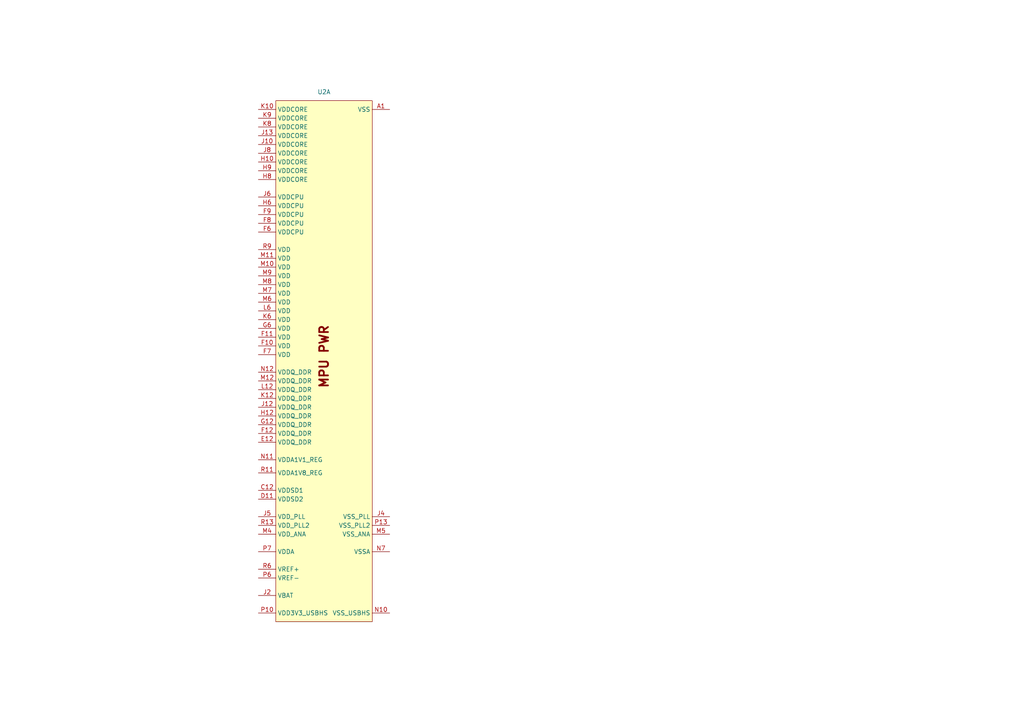
<source format=kicad_sch>
(kicad_sch (version 20250114) (generator "eeschema") (generator_version "9.0")
  (paper "A4")
  (title_block (title "ThingsCore-1") (date "2025-07-17") (rev "1"))
  (lib_symbols
    (symbol "ThingsCore-1:STM32MP133DAE7"
      (property "Reference" "U" (at 0 51.816 0))
      (symbol "STM32MP133DAE7_1_1"
        (rectangle (start -13.97 151.13) (end 13.97 0) (fill (type background)))
        (text "MPU PWR" (at 0 76.962 900) (effects (font (size 2.54 2.54) (thickness 0.508) (bold yes))))
        (pin power_in line (at -19.05 148.59 0) (length 5.08) (name "VDDCORE") (number "K10"))
        (pin power_in line (at -19.05 146.05 0) (length 5.08) (name "VDDCORE") (number "K9"))
        (pin power_in line (at -19.05 143.51 0) (length 5.08) (name "VDDCORE") (number "K8"))
        (pin power_in line (at -19.05 140.97 0) (length 5.08) (name "VDDCORE") (number "J13"))
        (pin power_in line (at -19.05 138.43 0) (length 5.08) (name "VDDCORE") (number "J10"))
        (pin power_in line (at -19.05 135.89 0) (length 5.08) (name "VDDCORE") (number "J8"))
        (pin power_in line (at -19.05 133.35 0) (length 5.08) (name "VDDCORE") (number "H10"))
        (pin power_in line (at -19.05 130.81 0) (length 5.08) (name "VDDCORE") (number "H9"))
        (pin power_in line (at -19.05 128.27 0) (length 5.08) (name "VDDCORE") (number "H8"))
        (pin power_in line (at -19.05 123.19 0) (length 5.08) (name "VDDCPU") (number "J6"))
        (pin power_in line (at -19.05 120.65 0) (length 5.08) (name "VDDCPU") (number "H6"))
        (pin power_in line (at -19.05 118.11 0) (length 5.08) (name "VDDCPU") (number "F9"))
        (pin power_in line (at -19.05 115.57 0) (length 5.08) (name "VDDCPU") (number "F8"))
        (pin power_in line (at -19.05 113.03 0) (length 5.08) (name "VDDCPU") (number "F6"))
        (pin power_in line (at -19.05 107.95 0) (length 5.08) (name "VDD") (number "R9"))
        (pin power_in line (at -19.05 105.41 0) (length 5.08) (name "VDD") (number "M11"))
        (pin power_in line (at -19.05 102.87 0) (length 5.08) (name "VDD") (number "M10"))
        (pin power_in line (at -19.05 100.33 0) (length 5.08) (name "VDD") (number "M9"))
        (pin power_in line (at -19.05 97.79 0) (length 5.08) (name "VDD") (number "M8"))
        (pin power_in line (at -19.05 95.25 0) (length 5.08) (name "VDD") (number "M7"))
        (pin power_in line (at -19.05 92.71 0) (length 5.08) (name "VDD") (number "M6"))
        (pin power_in line (at -19.05 90.17 0) (length 5.08) (name "VDD") (number "L6"))
        (pin power_in line (at -19.05 87.63 0) (length 5.08) (name "VDD") (number "K6"))
        (pin power_in line (at -19.05 85.09 0) (length 5.08) (name "VDD") (number "G6"))
        (pin power_in line (at -19.05 82.55 0) (length 5.08) (name "VDD") (number "F11"))
        (pin power_in line (at -19.05 80.01 0) (length 5.08) (name "VDD") (number "F10"))
        (pin power_in line (at -19.05 77.47 0) (length 5.08) (name "VDD") (number "F7"))
        (pin power_in line (at -19.05 72.39 0) (length 5.08) (name "VDDQ_DDR") (number "N12"))
        (pin power_in line (at -19.05 69.85 0) (length 5.08) (name "VDDQ_DDR") (number "M12"))
        (pin power_in line (at -19.05 67.31 0) (length 5.08) (name "VDDQ_DDR") (number "L12"))
        (pin power_in line (at -19.05 64.77 0) (length 5.08) (name "VDDQ_DDR") (number "K12"))
        (pin power_in line (at -19.05 62.23 0) (length 5.08) (name "VDDQ_DDR") (number "J12"))
        (pin power_in line (at -19.05 59.69 0) (length 5.08) (name "VDDQ_DDR") (number "H12"))
        (pin power_in line (at -19.05 57.15 0) (length 5.08) (name "VDDQ_DDR") (number "G12"))
        (pin power_in line (at -19.05 54.61 0) (length 5.08) (name "VDDQ_DDR") (number "F12"))
        (pin power_in line (at -19.05 52.07 0) (length 5.08) (name "VDDQ_DDR") (number "E12"))
        (pin power_in line (at -19.05 46.99 0) (length 5.08) (name "VDDA1V1_REG") (number "N11"))
        (pin power_in line (at -19.05 43.18 0) (length 5.08) (name "VDDA1V8_REG") (number "R11"))
        (pin power_in line (at -19.05 38.1 0) (length 5.08) (name "VDDSD1") (number "C12"))
        (pin power_in line (at -19.05 35.56 0) (length 5.08) (name "VDDSD2") (number "D11"))
        (pin power_in line (at -19.05 30.48 0) (length 5.08) (name "VDD_PLL") (number "J5"))
        (pin power_in line (at -19.05 27.94 0) (length 5.08) (name "VDD_PLL2") (number "R13"))
        (pin power_in line (at -19.05 25.4 0) (length 5.08) (name "VDD_ANA") (number "M4"))
        (pin power_in line (at -19.05 20.32 0) (length 5.08) (name "VDDA") (number "P7"))
        (pin input line (at -19.05 15.24 0) (length 5.08) (name "VREF+") (number "R6"))
        (pin input line (at -19.05 12.7 0) (length 5.08) (name "VREF-") (number "P6"))
        (pin power_in line (at -19.05 7.62 0) (length 5.08) (name "VBAT") (number "J2"))
        (pin power_in line (at -19.05 2.54 0) (length 5.08) (name "VDD3V3_USBHS") (number "P10"))
        (pin power_in line (at 19.05 148.59 180) (length 5.08) (name "VSS") (number "A1"))
        (pin passive line (at 19.05 148.59 180) (length 5.08) (hide yes) (name "VSS") (number "A17"))
        (pin passive line (at 19.05 148.59 180) (length 5.08) (hide yes) (name "VSS") (number "C8"))
        (pin passive line (at 19.05 148.59 180) (length 5.08) (hide yes) (name "VSS") (number "D12"))
        (pin passive line (at 19.05 148.59 180) (length 5.08) (hide yes) (name "VSS") (number "D3"))
        (pin passive line (at 19.05 148.59 180) (length 5.08) (hide yes) (name "VSS") (number "E5"))
        (pin passive line (at 19.05 148.59 180) (length 5.08) (hide yes) (name "VSS") (number "F13"))
        (pin passive line (at 19.05 148.59 180) (length 5.08) (hide yes) (name "VSS") (number "F15"))
        (pin passive line (at 19.05 148.59 180) (length 5.08) (hide yes) (name "VSS") (number "G10"))
        (pin passive line (at 19.05 148.59 180) (length 5.08) (hide yes) (name "VSS") (number "G11"))
        (pin passive line (at 19.05 148.59 180) (length 5.08) (hide yes) (name "VSS") (number "G7"))
        (pin passive line (at 19.05 148.59 180) (length 5.08) (hide yes) (name "VSS") (number "G8"))
        (pin passive line (at 19.05 148.59 180) (length 5.08) (hide yes) (name "VSS") (number "G9"))
        (pin passive line (at 19.05 148.59 180) (length 5.08) (hide yes) (name "VSS") (number "H11"))
        (pin passive line (at 19.05 148.59 180) (length 5.08) (hide yes) (name "VSS") (number "H14"))
        (pin passive line (at 19.05 148.59 180) (length 5.08) (hide yes) (name "VSS") (number "H7"))
        (pin passive line (at 19.05 148.59 180) (length 5.08) (hide yes) (name "VSS") (number "J11"))
        (pin passive line (at 19.05 148.59 180) (length 5.08) (hide yes) (name "VSS") (number "J7"))
        (pin passive line (at 19.05 148.59 180) (length 5.08) (hide yes) (name "VSS") (number "J9"))
        (pin passive line (at 19.05 148.59 180) (length 5.08) (hide yes) (name "VSS") (number "K11"))
        (pin passive line (at 19.05 148.59 180) (length 5.08) (hide yes) (name "VSS") (number "K3"))
        (pin passive line (at 19.05 148.59 180) (length 5.08) (hide yes) (name "VSS") (number "K7"))
        (pin passive line (at 19.05 148.59 180) (length 5.08) (hide yes) (name "VSS") (number "L10"))
        (pin passive line (at 19.05 148.59 180) (length 5.08) (hide yes) (name "VSS") (number "L11"))
        (pin passive line (at 19.05 148.59 180) (length 5.08) (hide yes) (name "VSS") (number "L7"))
        (pin passive line (at 19.05 148.59 180) (length 5.08) (hide yes) (name "VSS") (number "L8"))
        (pin passive line (at 19.05 148.59 180) (length 5.08) (hide yes) (name "VSS") (number "L9"))
        (pin passive line (at 19.05 148.59 180) (length 5.08) (hide yes) (name "VSS") (number "M15"))
        (pin passive line (at 19.05 148.59 180) (length 5.08) (hide yes) (name "VSS") (number "N4"))
        (pin passive line (at 19.05 148.59 180) (length 5.08) (hide yes) (name "VSS") (number "P11"))
        (pin passive line (at 19.05 148.59 180) (length 5.08) (hide yes) (name "VSS") (number "R5"))
        (pin passive line (at 19.05 148.59 180) (length 5.08) (hide yes) (name "VSS") (number "R8"))
        (pin passive line (at 19.05 148.59 180) (length 5.08) (hide yes) (name "VSS") (number "U1"))
        (pin passive line (at 19.05 148.59 180) (length 5.08) (hide yes) (name "VSS") (number "U17"))
        (pin power_in line (at 19.05 30.48 180) (length 5.08) (name "VSS_PLL") (number "J4"))
        (pin power_in line (at 19.05 27.94 180) (length 5.08) (name "VSS_PLL2") (number "P13"))
        (pin power_in line (at 19.05 25.4 180) (length 5.08) (name "VSS_ANA") (number "M5"))
        (pin power_in line (at 19.05 20.32 180) (length 5.08) (name "VSSA") (number "N7"))
        (pin power_in line (at 19.05 2.54 180) (length 5.08) (name "VSS_USBHS") (number "N10"))
      )
      (symbol "STM32MP133DAE7_2_1"
        (rectangle (start -16.51 106.68) (end 17.78 0) (fill (type background)))
        (text "MPU DDR" (at 1.27 56.896 900) (effects (font (size 2.54 2.54) (thickness 0.508) (bold yes))))
        (pin bidirectional line (at -21.59 104.14 0) (length 5.08) (name "DDR_DQ0") (number "B17"))
        (pin bidirectional line (at -21.59 101.6 0) (length 5.08) (name "DDR_DQ1") (number "C15"))
        (pin bidirectional line (at -21.59 99.06 0) (length 5.08) (name "DDR_DQ2") (number "E13"))
        (pin bidirectional line (at -21.59 96.52 0) (length 5.08) (name "DDR_DQ3") (number "D17"))
        (pin bidirectional line (at -21.59 93.98 0) (length 5.08) (name "DDR_DQ4") (number "B16"))
        (pin bidirectional line (at -21.59 91.44 0) (length 5.08) (name "DDR_DQ5") (number "D16"))
        (pin bidirectional line (at -21.59 88.9 0) (length 5.08) (name "DDR_DQ6") (number "E14"))
        (pin bidirectional line (at -21.59 86.36 0) (length 5.08) (name "DDR_DQ7") (number "E15"))
        (pin bidirectional line (at -21.59 81.28 0) (length 5.08) (name "DDR_DQS0N") (number "C16"))
        (pin bidirectional line (at -21.59 78.74 0) (length 5.08) (name "DDR_DQS0P") (number "C17"))
        (pin bidirectional line (at -21.59 76.2 0) (length 5.08) (name "DDR_DQM0") (number "D15"))
        (pin bidirectional line (at -21.59 71.12 0) (length 5.08) (name "DDR_DQ8") (number "N16"))
        (pin bidirectional line (at -21.59 68.58 0) (length 5.08) (name "DDR_DQ9") (number "P17"))
        (pin bidirectional line (at -21.59 66.04 0) (length 5.08) (name "DDR_DQ10") (number "N15"))
        (pin bidirectional line (at -21.59 63.5 0) (length 5.08) (name "DDR_DQ11") (number "P15"))
        (pin bidirectional line (at -21.59 60.96 0) (length 5.08) (name "DDR_DQ12") (number "R15"))
        (pin bidirectional line (at -21.59 58.42 0) (length 5.08) (name "DDR_DQ13") (number "P16"))
        (pin bidirectional line (at -21.59 55.88 0) (length 5.08) (name "DDR_DQ14") (number "T17"))
        (pin bidirectional line (at -21.59 53.34 0) (length 5.08) (name "DDR_DQ15") (number "T16"))
        (pin bidirectional line (at -21.59 48.26 0) (length 5.08) (name "DDR_DQS1N") (number "R16"))
        (pin bidirectional line (at -21.59 45.72 0) (length 5.08) (name "DDR_DQS1P") (number "R17"))
        (pin bidirectional line (at -21.59 43.18 0) (length 5.08) (name "DDR_DQM1") (number "N14"))
        (pin bidirectional line (at 22.86 104.14 180) (length 5.08) (name "DDR_CLKN") (number "J17"))
        (pin bidirectional line (at 22.86 101.6 180) (length 5.08) (name "DDR_CLKP") (number "J16"))
        (pin bidirectional line (at 22.86 96.52 180) (length 5.08) (name "DDR_A0") (number "G16"))
        (pin bidirectional line (at 22.86 93.98 180) (length 5.08) (name "DDR_A1") (number "K15"))
        (pin bidirectional line (at 22.86 91.44 180) (length 5.08) (name "DDR_A2") (number "F17"))
        (pin bidirectional line (at 22.86 88.9 180) (length 5.08) (name "DDR_A3") (number "G15"))
        (pin bidirectional line (at 22.86 86.36 180) (length 5.08) (name "DDR_A4") (number "M14"))
        (pin bidirectional line (at 22.86 83.82 180) (length 5.08) (name "DDR_A5") (number "E16"))
        (pin bidirectional line (at 22.86 81.28 180) (length 5.08) (name "DDR_A6") (number "M17"))
        (pin bidirectional line (at 22.86 78.74 180) (length 5.08) (name "DDR_A7") (number "G14"))
        (pin bidirectional line (at 22.86 76.2 180) (length 5.08) (name "DDR_A8") (number "L15"))
        (pin bidirectional line (at 22.86 73.66 180) (length 5.08) (name "DDR_A9") (number "F16"))
        (pin bidirectional line (at 22.86 71.12 180) (length 5.08) (name "DDR_A10") (number "J14"))
        (pin bidirectional line (at 22.86 68.58 180) (length 5.08) (name "DDR_A11") (number "K13"))
        (pin bidirectional line (at 22.86 66.04 180) (length 5.08) (name "DDR_A12") (number "K17"))
        (pin bidirectional line (at 22.86 63.5 180) (length 5.08) (name "DDR_A13") (number "F14"))
        (pin bidirectional line (at 22.86 60.96 180) (length 5.08) (name "DDR_A14") (number "L17"))
        (pin bidirectional line (at 22.86 58.42 180) (length 5.08) (name "DDR_A15") (number "K16"))
        (pin bidirectional line (at 22.86 53.34 180) (length 5.08) (name "DDR_ATO") (number "L13"))
        (pin bidirectional line (at 22.86 48.26 180) (length 5.08) (name "DDR_BA0") (number "G17"))
        (pin bidirectional line (at 22.86 45.72 180) (length 5.08) (name "DDR_BA1") (number "L16"))
        (pin bidirectional line (at 22.86 43.18 180) (length 5.08) (name "DDR_BA2") (number "G13"))
        (pin bidirectional line (at 22.86 38.1 180) (length 5.08) (name "DDR_CASN") (number "J15"))
        (pin bidirectional line (at 22.86 35.56 180) (length 5.08) (name "DDR_CKE") (number "K14"))
        (pin bidirectional line (at 22.86 33.02 180) (length 5.08) (name "DDR_CSN") (number "H16"))
        (pin bidirectional line (at 22.86 27.94 180) (length 5.08) (name "DDR_WEN") (number "H13"))
        (pin bidirectional line (at 22.86 22.86 180) (length 5.08) (name "DDR_DTO0") (number "L14"))
        (pin bidirectional line (at 22.86 20.32 180) (length 5.08) (name "DDR_DTO1") (number "M16"))
        (pin bidirectional line (at 22.86 17.78 180) (length 5.08) (name "DDR_ODT") (number "H15"))
        (pin bidirectional line (at 22.86 15.24 180) (length 5.08) (name "DDR_RESETN") (number "E17"))
        (pin bidirectional line (at 22.86 10.16 180) (length 5.08) (name "DDR_RASN") (number "H17"))
        (pin bidirectional line (at 22.86 7.62 180) (length 5.08) (name "DDR_VREF") (number "M13"))
        (pin bidirectional line (at 22.86 2.54 180) (length 5.08) (name "DDR_ZQ") (number "N17"))
      )
      (symbol "STM32MP133DAE7_3_1"
        (rectangle (start -19.05 50.8) (end 19.05 0) (fill (type background)))
        (text "MPU USB/STATUS\n" (at 0 24.384 900) (effects (font (size 2.54 2.54) (thickness 0.508) (bold yes))))
        (pin input line (at -24.13 48.26 0) (length 5.08) (name "NRST") (number "U10"))
        (pin output line (at -24.13 43.18 0) (length 5.08) (name "PWR_ON") (number "P14"))
        (pin output line (at -24.13 40.64 0) (length 5.08) (name "PWR_LP") (number "N13"))
        (pin bidirectional line (at -24.13 35.56 0) (length 5.08) (name "NJTRST") (number "N9"))
        (pin bidirectional line (at -24.13 30.48 0) (length 5.08) (name "BYPASS_REG1V8") (number "T14"))
        (pin bidirectional line (at -24.13 17.78 0) (length 5.08) (name "USB_DP1") (number "T13"))
        (pin bidirectional line (at -24.13 15.24 0) (length 5.08) (name "USB_DM1") (number "U13"))
        (pin bidirectional line (at -24.13 10.16 0) (length 5.08) (name "USB_DP2") (number "T11"))
        (pin bidirectional line (at -24.13 7.62 0) (length 5.08) (name "USB_DM2") (number "U11"))
        (pin bidirectional line (at -24.13 2.54 0) (length 5.08) (name "USB_RREF") (number "U12"))
      )
      (symbol "STM32MP133DAE7_4_1"
        (rectangle (start -12.7 86.36) (end 12.7 0) (fill (type background)))
        (text "MPU PERIPHERALS\n" (at 0.254 42.418 900) (effects (font (size 2.54 2.54) (thickness 0.508) (bold yes))))
        (pin bidirectional line (at -17.78 83.82 0) (length 5.08) (name "PA0") (number "U3"))
        (pin bidirectional line (at -17.78 81.28 0) (length 5.08) (name "PA1") (number "R4"))
        (pin bidirectional line (at -17.78 78.74 0) (length 5.08) (name "PA2") (number "P5"))
        (pin bidirectional line (at -17.78 76.2 0) (length 5.08) (name "PA3") (number "N8"))
        (pin bidirectional line (at -17.78 73.66 0) (length 5.08) (name "PA4") (number "U5"))
        (pin bidirectional line (at -17.78 71.12 0) (length 5.08) (name "PA5") (number "U4"))
        (pin bidirectional line (at -17.78 68.58 0) (length 5.08) (name "PA6") (number "T8"))
        (pin bidirectional line (at -17.78 66.04 0) (length 5.08) (name "PA7") (number "U2"))
        (pin bidirectional line (at -17.78 63.5 0) (length 5.08) (name "PA8") (number "M2"))
        (pin bidirectional line (at -17.78 60.96 0) (length 5.08) (name "PA9") (number "A2"))
        (pin bidirectional line (at -17.78 58.42 0) (length 5.08) (name "PA10") (number "U15"))
        (pin bidirectional line (at -17.78 55.88 0) (length 5.08) (name "PA11") (number "T2"))
        (pin bidirectional line (at -17.78 53.34 0) (length 5.08) (name "PA12") (number "E3"))
        (pin bidirectional line (at -17.78 50.8 0) (length 5.08) (name "PA13") (number "P3"))
        (pin bidirectional line (at -17.78 48.26 0) (length 5.08) (name "PA14") (number "T12"))
        (pin bidirectional line (at -17.78 45.72 0) (length 5.08) (name "PA15") (number "E6"))
        (pin bidirectional line (at -17.78 40.64 0) (length 5.08) (name "PB0") (number "U7"))
        (pin bidirectional line (at -17.78 38.1 0) (length 5.08) (name "PB1") (number "T7"))
        (pin bidirectional line (at -17.78 35.56 0) (length 5.08) (name "PB2") (number "H4"))
        (pin bidirectional line (at -17.78 33.02 0) (length 5.08) (name "PB3") (number "C11"))
        (pin bidirectional line (at -17.78 30.48 0) (length 5.08) (name "PB4") (number "B13"))
        (pin bidirectional line (at -17.78 27.94 0) (length 5.08) (name "PB5") (number "C10"))
        (pin bidirectional line (at -17.78 25.4 0) (length 5.08) (name "PB6") (number "C1"))
        (pin bidirectional line (at -17.78 22.86 0) (length 5.08) (name "PB7") (number "A4"))
        (pin bidirectional line (at -17.78 20.32 0) (length 5.08) (name "PB8") (number "D1"))
        (pin bidirectional line (at -17.78 17.78 0) (length 5.08) (name "PB9") (number "A12"))
        (pin bidirectional line (at -17.78 15.24 0) (length 5.08) (name "PB10") (number "D10"))
        (pin bidirectional line (at -17.78 12.7 0) (length 5.08) (name "PB11") (number "N5"))
        (pin bidirectional line (at -17.78 10.16 0) (length 5.08) (name "PB12") (number "D9"))
        (pin bidirectional line (at -17.78 7.62 0) (length 5.08) (name "PB13") (number "E10"))
        (pin bidirectional line (at -17.78 5.08 0) (length 5.08) (name "PB14") (number "A13"))
        (pin bidirectional line (at -17.78 2.54 0) (length 5.08) (name "PB15") (number "B12"))
        (pin bidirectional line (at 17.78 83.82 180) (length 5.08) (name "PC0") (number "T3"))
        (pin bidirectional line (at 17.78 81.28 180) (length 5.08) (name "PC1") (number "U8"))
        (pin bidirectional line (at 17.78 78.74 180) (length 5.08) (name "PC2") (number "U9"))
        (pin bidirectional line (at 17.78 76.2 180) (length 5.08) (name "PC3") (number "T5"))
        (pin bidirectional line (at 17.78 73.66 180) (length 5.08) (name "PC4") (number "U6"))
        (pin bidirectional line (at 17.78 71.12 180) (length 5.08) (name "PC5") (number "R7"))
        (pin bidirectional line (at 17.78 68.58 180) (length 5.08) (name "PC6") (number "B11"))
        (pin bidirectional line (at 17.78 66.04 180) (length 5.08) (name "PC7") (number "A11"))
        (pin bidirectional line (at 17.78 63.5 180) (length 5.08) (name "PC8") (number "D14"))
        (pin bidirectional line (at 17.78 60.96 180) (length 5.08) (name "PC9") (number "A16"))
        (pin bidirectional line (at 17.78 58.42 180) (length 5.08) (name "PC10") (number "B14"))
        (pin bidirectional line (at 17.78 55.88 180) (length 5.08) (name "PC11") (number "C14"))
        (pin bidirectional line (at 17.78 53.34 180) (length 5.08) (name "PC12") (number "B15"))
        (pin bidirectional line (at 17.78 50.8 180) (length 5.08) (name "PC13") (number "K4"))
        (pin bidirectional line (at 17.78 48.26 180) (length 5.08) (name "PC14") (number "K1"))
        (pin bidirectional line (at 17.78 45.72 180) (length 5.08) (name "PC15") (number "K2"))
        (pin bidirectional line (at 17.78 40.64 180) (length 5.08) (name "PD0") (number "E4"))
        (pin bidirectional line (at 17.78 38.1 180) (length 5.08) (name "PD1") (number "D5"))
        (pin bidirectional line (at 17.78 35.56 180) (length 5.08) (name "PD2") (number "A15"))
        (pin bidirectional line (at 17.78 33.02 180) (length 5.08) (name "PD3") (number "B1"))
        (pin bidirectional line (at 17.78 30.48 180) (length 5.08) (name "PD4") (number "E7"))
        (pin bidirectional line (at 17.78 27.94 180) (length 5.08) (name "PD5") (number "A6"))
        (pin bidirectional line (at 17.78 25.4 180) (length 5.08) (name "PD6") (number "D2"))
        (pin bidirectional line (at 17.78 22.86 180) (length 5.08) (name "PD7") (number "N3"))
        (pin bidirectional line (at 17.78 20.32 180) (length 5.08) (name "PD8") (number "C5"))
        (pin bidirectional line (at 17.78 17.78 180) (length 5.08) (name "PD9") (number "E8"))
        (pin bidirectional line (at 17.78 15.24 180) (length 5.08) (name "PD10") (number "A3"))
        (pin bidirectional line (at 17.78 12.7 180) (length 5.08) (name "PD11") (number "E2"))
        (pin bidirectional line (at 17.78 10.16 180) (length 5.08) (name "PD12") (number "C6"))
        (pin bidirectional line (at 17.78 7.62 180) (length 5.08) (name "PD13") (number "J1"))
        (pin bidirectional line (at 17.78 5.08 180) (length 5.08) (name "PD14") (number "B3"))
        (pin bidirectional line (at 17.78 2.54 180) (length 5.08) (name "PD15") (number "C7"))
      )
      (symbol "STM32MP133DAE7_5_1"
        (rectangle (start -12.7 109.22) (end 12.7 0) (fill (type background)))
        (text "MPU PERIPHERALS\n" (at 0.508 52.832 900) (effects (font (size 2.54 2.54) (thickness 0.508) (bold yes))))
        (pin bidirectional line (at -17.78 106.68 0) (length 5.08) (name "PE0") (number "D6"))
        (pin bidirectional line (at -17.78 104.14 0) (length 5.08) (name "PE1") (number "B5"))
        (pin bidirectional line (at -17.78 101.6 0) (length 5.08) (name "PE2") (number "L1"))
        (pin bidirectional line (at -17.78 99.06 0) (length 5.08) (name "PE3") (number "D13"))
        (pin bidirectional line (at -17.78 96.52 0) (length 5.08) (name "PE4") (number "H5"))
        (pin bidirectional line (at -17.78 93.98 0) (length 5.08) (name "PE5") (number "T9"))
        (pin bidirectional line (at -17.78 91.44 0) (length 5.08) (name "PE6") (number "N1"))
        (pin bidirectional line (at -17.78 88.9 0) (length 5.08) (name "PE7") (number "A5"))
        (pin bidirectional line (at -17.78 86.36 0) (length 5.08) (name "PE8") (number "A7"))
        (pin bidirectional line (at -17.78 83.82 0) (length 5.08) (name "PE9") (number "B6"))
        (pin bidirectional line (at -17.78 81.28 0) (length 5.08) (name "PE10") (number "B8"))
        (pin bidirectional line (at -17.78 78.74 0) (length 5.08) (name "PE11") (number "D4"))
        (pin bidirectional line (at -17.78 76.2 0) (length 5.08) (name "PE12") (number "B4"))
        (pin bidirectional line (at -17.78 73.66 0) (length 5.08) (name "PE13") (number "C4"))
        (pin bidirectional line (at -17.78 71.12 0) (length 5.08) (name "PE14") (number "C3"))
        (pin bidirectional line (at -17.78 68.58 0) (length 5.08) (name "PE15") (number "D8"))
        (pin bidirectional line (at -17.78 63.5 0) (length 5.08) (name "PF0") (number "C13"))
        (pin bidirectional line (at -17.78 60.96 0) (length 5.08) (name "PF1") (number "B9"))
        (pin bidirectional line (at -17.78 58.42 0) (length 5.08) (name "PF2") (number "E9"))
        (pin bidirectional line (at -17.78 55.88 0) (length 5.08) (name "PF3") (number "B10"))
        (pin bidirectional line (at -17.78 53.34 0) (length 5.08) (name "PF4") (number "L2"))
        (pin bidirectional line (at -17.78 50.8 0) (length 5.08) (name "PF5") (number "B2"))
        (pin bidirectional line (at -17.78 48.26 0) (length 5.08) (name "PF6") (number "G2"))
        (pin bidirectional line (at -17.78 45.72 0) (length 5.08) (name "PF7") (number "M1"))
        (pin bidirectional line (at -17.78 43.18 0) (length 5.08) (name "PF8") (number "G5"))
        (pin bidirectional line (at -17.78 40.64 0) (length 5.08) (name "PF9") (number "G1"))
        (pin bidirectional line (at -17.78 38.1 0) (length 5.08) (name "PF10") (number "G3"))
        (pin bidirectional line (at -17.78 35.56 0) (length 5.08) (name "PF11") (number "T6"))
        (pin bidirectional line (at -17.78 33.02 0) (length 5.08) (name "PF12") (number "T4"))
        (pin bidirectional line (at -17.78 30.48 0) (length 5.08) (name "PF13") (number "N6"))
        (pin bidirectional line (at -17.78 27.94 0) (length 5.08) (name "PF14") (number "P4"))
        (pin bidirectional line (at -17.78 25.4 0) (length 5.08) (name "PF15") (number "R10"))
        (pin output line (at -17.78 20.32 0) (length 5.08) (name "PWR_CPU_ON") (number "R3"))
        (pin bidirectional line (at -17.78 17.78 0) (length 5.08) (name "PDR_ON") (number "T10"))
        (pin bidirectional line (at 17.78 106.68 180) (length 5.08) (name "PG0") (number "D7"))
        (pin bidirectional line (at 17.78 104.14 180) (length 5.08) (name "PG1") (number "N2"))
        (pin bidirectional line (at 17.78 101.6 180) (length 5.08) (name "PG2") (number "R1"))
        (pin bidirectional line (at 17.78 99.06 180) (length 5.08) (name "PG3") (number "L5"))
        (pin bidirectional line (at 17.78 96.52 180) (length 5.08) (name "PG4") (number "A8"))
        (pin bidirectional line (at 17.78 93.98 180) (length 5.08) (name "PG5") (number "F2"))
        (pin bidirectional line (at 17.78 91.44 180) (length 5.08) (name "PG6") (number "A14"))
        (pin bidirectional line (at 17.78 88.9 180) (length 5.08) (name "PG7") (number "C9"))
        (pin bidirectional line (at 17.78 86.36 180) (length 5.08) (name "PG8") (number "F3"))
        (pin bidirectional line (at 17.78 83.82 180) (length 5.08) (name "PG9") (number "E1"))
        (pin bidirectional line (at 17.78 81.28 180) (length 5.08) (name "PG10") (number "F1"))
        (pin bidirectional line (at 17.78 78.74 180) (length 5.08) (name "PG11") (number "M3"))
        (pin bidirectional line (at 17.78 76.2 180) (length 5.08) (name "PG12") (number "T1"))
        (pin bidirectional line (at 17.78 73.66 180) (length 5.08) (name "PG13") (number "P8"))
        (pin bidirectional line (at 17.78 71.12 180) (length 5.08) (name "PG14") (number "P9"))
        (pin bidirectional line (at 17.78 68.58 180) (length 5.08) (name "PG15") (number "G4"))
        (pin bidirectional line (at 17.78 63.5 180) (length 5.08) (name "PH0") (number "P1"))
        (pin bidirectional line (at 17.78 60.96 180) (length 5.08) (name "PH1") (number "P2"))
        (pin bidirectional line (at 17.78 58.42 180) (length 5.08) (name "PH2") (number "F4"))
        (pin bidirectional line (at 17.78 55.88 180) (length 5.08) (name "PH3") (number "R2"))
        (pin bidirectional line (at 17.78 53.34 180) (length 5.08) (name "PH4") (number "T15"))
        (pin bidirectional line (at 17.78 50.8 180) (length 5.08) (name "PH5") (number "R14"))
        (pin bidirectional line (at 17.78 48.26 180) (length 5.08) (name "PH6") (number "L3"))
        (pin bidirectional line (at 17.78 45.72 180) (length 5.08) (name "PH7") (number "H3"))
        (pin bidirectional line (at 17.78 43.18 180) (length 5.08) (name "PH8") (number "F5"))
        (pin bidirectional line (at 17.78 40.64 180) (length 5.08) (name "PH9") (number "A9"))
        (pin bidirectional line (at 17.78 38.1 180) (length 5.08) (name "PH10") (number "E11"))
        (pin bidirectional line (at 17.78 35.56 180) (length 5.08) (name "PH11") (number "H1"))
        (pin bidirectional line (at 17.78 33.02 180) (length 5.08) (name "PH12") (number "C2"))
        (pin bidirectional line (at 17.78 30.48 180) (length 5.08) (name "PH13") (number "A10"))
        (pin bidirectional line (at 17.78 27.94 180) (length 5.08) (name "PH14") (number "B7"))
        (pin bidirectional line (at 17.78 20.32 180) (length 5.08) (name "PI0") (number "L4"))
        (pin bidirectional line (at 17.78 17.78 180) (length 5.08) (name "PI1") (number "K5"))
        (pin bidirectional line (at 17.78 15.24 180) (length 5.08) (name "PI2") (number "J3"))
        (pin bidirectional line (at 17.78 12.7 180) (length 5.08) (name "PI3") (number "H2"))
        (pin bidirectional line (at 17.78 10.16 180) (length 5.08) (name "PI4") (number "U14"))
        (pin bidirectional line (at 17.78 7.62 180) (length 5.08) (name "PI5") (number "P12"))
        (pin bidirectional line (at 17.78 5.08 180) (length 5.08) (name "PI6") (number "R12"))
        (pin bidirectional line (at 17.78 2.54 180) (length 5.08) (name "PI7") (number "U16"))
      )
    )
  )
  (symbol (lib_id "ThingsCore-1:STM32MP133DAE7") (at 93.98 180.34 0) (unit 1)
    (property "Reference" "U2" (at 93.98 26.67 0))
    (property "Footprint" "Package_BGA:LFBGA-289_14x14mm_Layout17x17_P0.8mm" (effects (hide yes)))
  )
)
</source>
